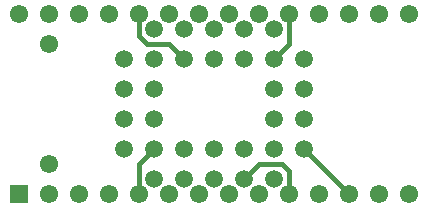
<source format=gtl>
G04 (created by PCBNEW (2013-jun-18)-testing) date Sun 14 Jul 2013 06:49:30 PM EEST*
%MOIN*%
G04 Gerber Fmt 3.4, Leading zero omitted, Abs format*
%FSLAX34Y34*%
G01*
G70*
G90*
G04 APERTURE LIST*
%ADD10C,0.005906*%
%ADD11C,0.061024*%
%ADD12R,0.061024X0.061024*%
%ADD13C,0.059055*%
%ADD14C,0.016000*%
G04 APERTURE END LIST*
G54D10*
G54D11*
X1750Y1750D03*
X1750Y5750D03*
G54D12*
X750Y750D03*
G54D11*
X1750Y750D03*
X2750Y750D03*
X3750Y750D03*
X4750Y750D03*
X5750Y750D03*
X6750Y750D03*
X7750Y750D03*
X8750Y750D03*
X9750Y750D03*
X10750Y750D03*
X11750Y750D03*
X12750Y750D03*
X13750Y750D03*
X13750Y6750D03*
X12750Y6750D03*
X11750Y6750D03*
X10750Y6750D03*
X9750Y6750D03*
X8750Y6750D03*
X7750Y6750D03*
X6750Y6750D03*
X5750Y6750D03*
X4750Y6750D03*
X3750Y6750D03*
X2750Y6750D03*
X1750Y6750D03*
X750Y6750D03*
G54D13*
X4250Y3250D03*
X5250Y4250D03*
X5250Y3250D03*
X4250Y2250D03*
X5250Y1250D03*
X5250Y2250D03*
X6250Y1250D03*
X6250Y2250D03*
X7250Y1250D03*
X7250Y2250D03*
X8250Y1250D03*
X8250Y2250D03*
X9250Y1250D03*
X10250Y2250D03*
X9250Y2250D03*
X10250Y3250D03*
X9250Y3250D03*
X10250Y4250D03*
X9250Y4250D03*
X10250Y5250D03*
X9250Y6250D03*
X9250Y5250D03*
X8250Y6250D03*
X8250Y5250D03*
X7250Y6250D03*
X7250Y5250D03*
X6250Y6250D03*
X4250Y4250D03*
X6250Y5250D03*
X5250Y6250D03*
X4250Y5250D03*
X5250Y5250D03*
G54D14*
X9750Y1500D02*
X9750Y750D01*
X9500Y1750D02*
X9750Y1500D01*
X8750Y1750D02*
X9500Y1750D01*
X8250Y1250D02*
X8750Y1750D01*
X4750Y1750D02*
X4750Y750D01*
X5250Y2250D02*
X4750Y1750D01*
X4750Y6000D02*
X4750Y6750D01*
X5000Y5750D02*
X4750Y6000D01*
X5750Y5750D02*
X5000Y5750D01*
X6250Y5250D02*
X5750Y5750D01*
X10250Y2250D02*
X11750Y750D01*
X9750Y5750D02*
X9250Y5250D01*
X9750Y6750D02*
X9750Y5750D01*
M02*

</source>
